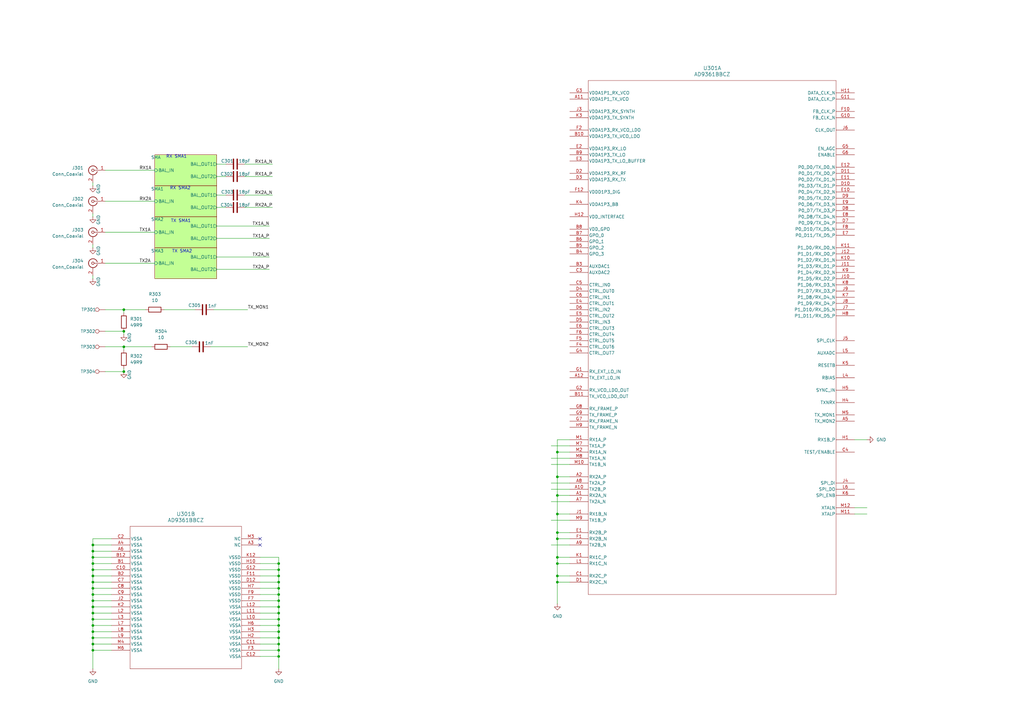
<source format=kicad_sch>
(kicad_sch (version 20231120) (generator "eeschema") (generator_version "8.0")
  (paper "A3")
  (title_block (date "2024-12-27"))
  (lib_symbols
    (symbol "AD9361:AD9361BBCZ" (pin_names (offset 0.254))
      (property "Reference" "U" (at 58.42 10.16 0))
      (property "Value" "AD9361BBCZ" (at 58.42 7.62 0))
      (symbol "AD9361BBCZ_1_1"
        (polyline (pts (xy 7.62 -205.74) (xy 109.22 -205.74)) (stroke (width 0.127)))
        (polyline (pts (xy 7.62 5.08) (xy 7.62 -205.74)) (stroke (width 0.127)))
        (polyline (pts (xy 109.22 -205.74) (xy 109.22 5.08)) (stroke (width 0.127)))
        (polyline (pts (xy 109.22 5.08) (xy 7.62 5.08)) (stroke (width 0.127)))
        (pin unspecified line (at 0 -165.1 0) (length 7.62) (name "RX2A_N") (number "A1"))
        (pin unspecified line (at 0 -162.56 0) (length 7.62) (name "TX2B_P") (number "A10"))
        (pin unspecified line (at 0 -2.54 0) (length 7.62) (name "VDDA1P1_TX_VCO") (number "A11"))
        (pin unspecified line (at 0 -116.84 0) (length 7.62) (name "TX_EXT_LO_IN") (number "A12"))
        (pin unspecified line (at 0 -157.48 0) (length 7.62) (name "RX2A_P") (number "A2"))
        (pin unspecified line (at 116.84 -134.62 180) (length 7.62) (name "TX_MON2") (number "A5"))
        (pin unspecified line (at 0 -167.64 0) (length 7.62) (name "TX2A_N") (number "A7"))
        (pin unspecified line (at 0 -160.02 0) (length 7.62) (name "TX2A_P") (number "A8"))
        (pin unspecified line (at 0 -185.42 0) (length 7.62) (name "TX2B_N") (number "A9"))
        (pin unspecified line (at 0 -17.78 0) (length 7.62) (name "VDDA1P3_TX_VCO_LDO") (number "B10"))
        (pin unspecified line (at 0 -124.46 0) (length 7.62) (name "TX_VCO_LDO_OUT") (number "B11"))
        (pin unspecified line (at 0 -71.12 0) (length 7.62) (name "AUXDAC1") (number "B3"))
        (pin unspecified line (at 0 -66.04 0) (length 7.62) (name "GPO_3") (number "B4"))
        (pin unspecified line (at 0 -63.5 0) (length 7.62) (name "GPO_2") (number "B5"))
        (pin unspecified line (at 0 -60.96 0) (length 7.62) (name "GPO_1") (number "B6"))
        (pin unspecified line (at 0 -58.42 0) (length 7.62) (name "GPO_0") (number "B7"))
        (pin unspecified line (at 0 -55.88 0) (length 7.62) (name "VDD_GPO") (number "B8"))
        (pin unspecified line (at 0 -25.4 0) (length 7.62) (name "VDDA1P3_TX_LO") (number "B9"))
        (pin unspecified line (at 0 -198.12 0) (length 7.62) (name "RX2C_P") (number "C1"))
        (pin unspecified line (at 0 -73.66 0) (length 7.62) (name "AUXDAC2") (number "C3"))
        (pin unspecified line (at 116.84 -147.32 180) (length 7.62) (name "TEST/ENABLE") (number "C4"))
        (pin unspecified line (at 0 -78.74 0) (length 7.62) (name "CTRL_IN0") (number "C5"))
        (pin unspecified line (at 0 -83.82 0) (length 7.62) (name "CTRL_IN1") (number "C6"))
        (pin unspecified line (at 0 -200.66 0) (length 7.62) (name "RX2C_N") (number "D1"))
        (pin unspecified line (at 116.84 -38.1 180) (length 7.62) (name "P0_D3/TX_D1_P") (number "D10"))
        (pin unspecified line (at 116.84 -33.02 180) (length 7.62) (name "P0_D1/TX_D0_P") (number "D11"))
        (pin unspecified line (at 0 -33.02 0) (length 7.62) (name "VDDA1P3_RX_RF") (number "D2"))
        (pin unspecified line (at 0 -35.56 0) (length 7.62) (name "VDDA1P3_RX_TX") (number "D3"))
        (pin unspecified line (at 0 -81.28 0) (length 7.62) (name "CTRL_OUT0") (number "D4"))
        (pin unspecified line (at 0 -93.98 0) (length 7.62) (name "CTRL_IN3") (number "D5"))
        (pin unspecified line (at 0 -88.9 0) (length 7.62) (name "CTRL_IN2") (number "D6"))
        (pin unspecified line (at 116.84 -53.34 180) (length 7.62) (name "P0_D9/TX_D4_P") (number "D7"))
        (pin unspecified line (at 116.84 -48.26 180) (length 7.62) (name "P0_D7/TX_D3_P") (number "D8"))
        (pin unspecified line (at 116.84 -43.18 180) (length 7.62) (name "P0_D5/TX_D2_P") (number "D9"))
        (pin unspecified line (at 0 -180.34 0) (length 7.62) (name "RX2B_P") (number "E1"))
        (pin unspecified line (at 116.84 -40.64 180) (length 7.62) (name "P0_D4/TX_D2_N") (number "E10"))
        (pin unspecified line (at 116.84 -35.56 180) (length 7.62) (name "P0_D2/TX_D1_N") (number "E11"))
        (pin unspecified line (at 116.84 -30.48 180) (length 7.62) (name "P0_D0/TX_D0_N") (number "E12"))
        (pin unspecified line (at 0 -22.86 0) (length 7.62) (name "VDDA1P3_RX_LO") (number "E2"))
        (pin unspecified line (at 0 -27.94 0) (length 7.62) (name "VDDA1P3_TX_LO_BUFFER") (number "E3"))
        (pin unspecified line (at 0 -86.36 0) (length 7.62) (name "CTRL_OUT1") (number "E4"))
        (pin unspecified line (at 0 -91.44 0) (length 7.62) (name "CTRL_OUT2") (number "E5"))
        (pin unspecified line (at 0 -96.52 0) (length 7.62) (name "CTRL_OUT3") (number "E6"))
        (pin unspecified line (at 116.84 -58.42 180) (length 7.62) (name "P0_D11/TX_D5_P") (number "E7"))
        (pin unspecified line (at 116.84 -50.8 180) (length 7.62) (name "P0_D8/TX_D4_N") (number "E8"))
        (pin unspecified line (at 116.84 -45.72 180) (length 7.62) (name "P0_D6/TX_D3_N") (number "E9"))
        (pin unspecified line (at 0 -182.88 0) (length 7.62) (name "RX2B_N") (number "F1"))
        (pin unspecified line (at 116.84 -7.62 180) (length 7.62) (name "FB_CLK_P") (number "F10"))
        (pin unspecified line (at 0 -40.64 0) (length 7.62) (name "VDDD1P3_DIG") (number "F12"))
        (pin unspecified line (at 0 -15.24 0) (length 7.62) (name "VDDA1P3_RX_VCO_LDO") (number "F2"))
        (pin unspecified line (at 0 -104.14 0) (length 7.62) (name "CTRL_OUT6") (number "F4"))
        (pin unspecified line (at 0 -101.6 0) (length 7.62) (name "CTRL_OUT5") (number "F5"))
        (pin unspecified line (at 0 -99.06 0) (length 7.62) (name "CTRL_OUT4") (number "F6"))
        (pin unspecified line (at 116.84 -55.88 180) (length 7.62) (name "P0_D10/TX_D5_N") (number "F8"))
        (pin unspecified line (at 0 -114.3 0) (length 7.62) (name "RX_EXT_LO_IN") (number "G1"))
        (pin unspecified line (at 116.84 -10.16 180) (length 7.62) (name "FB_CLK_N") (number "G10"))
        (pin unspecified line (at 116.84 -2.54 180) (length 7.62) (name "DATA_CLK_P") (number "G11"))
        (pin unspecified line (at 0 -121.92 0) (length 7.62) (name "RX_VCO_LDO_OUT") (number "G2"))
        (pin unspecified line (at 0 0 0) (length 7.62) (name "VDDA1P1_RX_VCO") (number "G3"))
        (pin unspecified line (at 0 -106.68 0) (length 7.62) (name "CTRL_OUT7") (number "G4"))
        (pin unspecified line (at 116.84 -22.86 180) (length 7.62) (name "EN_AGC") (number "G5"))
        (pin unspecified line (at 116.84 -25.4 180) (length 7.62) (name "ENABLE") (number "G6"))
        (pin unspecified line (at 0 -134.62 0) (length 7.62) (name "RX_FRAME_N") (number "G7"))
        (pin unspecified line (at 0 -129.54 0) (length 7.62) (name "RX_FRAME_P") (number "G8"))
        (pin unspecified line (at 0 -132.08 0) (length 7.62) (name "TX_FRAME_P") (number "G9"))
        (pin unspecified line (at 116.84 -142.24 180) (length 7.62) (name "RX1B_P") (number "H1"))
        (pin unspecified line (at 116.84 0 180) (length 7.62) (name "DATA_CLK_N") (number "H11"))
        (pin unspecified line (at 0 -50.8 0) (length 7.62) (name "VDD_INTERFACE") (number "H12"))
        (pin unspecified line (at 116.84 -127 180) (length 7.62) (name "TXNRX") (number "H4"))
        (pin unspecified line (at 116.84 -121.92 180) (length 7.62) (name "SYNC_IN") (number "H5"))
        (pin unspecified line (at 116.84 -91.44 180) (length 7.62) (name "P1_D11/RX_D5_P") (number "H8"))
        (pin unspecified line (at 0 -137.16 0) (length 7.62) (name "TX_FRAME_N") (number "H9"))
        (pin unspecified line (at 0 -172.72 0) (length 7.62) (name "RX1B_N") (number "J1"))
        (pin unspecified line (at 116.84 -76.2 180) (length 7.62) (name "P1_D5/RX_D2_P") (number "J10"))
        (pin unspecified line (at 116.84 -71.12 180) (length 7.62) (name "P1_D3/RX_D1_P") (number "J11"))
        (pin unspecified line (at 116.84 -66.04 180) (length 7.62) (name "P1_D1/RX_D0_P") (number "J12"))
        (pin unspecified line (at 0 -7.62 0) (length 7.62) (name "VDDA1P3_RX_SYNTH") (number "J3"))
        (pin unspecified line (at 116.84 -160.02 180) (length 7.62) (name "SPI_DI") (number "J4"))
        (pin unspecified line (at 116.84 -101.6 180) (length 7.62) (name "SPI_CLK") (number "J5"))
        (pin unspecified line (at 116.84 -15.24 180) (length 7.62) (name "CLK_OUT") (number "J6"))
        (pin unspecified line (at 116.84 -88.9 180) (length 7.62) (name "P1_D10/RX_D5_N") (number "J7"))
        (pin unspecified line (at 116.84 -86.36 180) (length 7.62) (name "P1_D9/RX_D4_P") (number "J8"))
        (pin unspecified line (at 116.84 -81.28 180) (length 7.62) (name "P1_D7/RX_D3_P") (number "J9"))
        (pin unspecified line (at 0 -190.5 0) (length 7.62) (name "RX1C_P") (number "K1"))
        (pin unspecified line (at 116.84 -68.58 180) (length 7.62) (name "P1_D2/RX_D1_N") (number "K10"))
        (pin unspecified line (at 116.84 -63.5 180) (length 7.62) (name "P1_D0/RX_D0_N") (number "K11"))
        (pin unspecified line (at 0 -10.16 0) (length 7.62) (name "VDDA1P3_TX_SYNTH") (number "K3"))
        (pin unspecified line (at 0 -45.72 0) (length 7.62) (name "VDDA1P3_BB") (number "K4"))
        (pin unspecified line (at 116.84 -111.76 180) (length 7.62) (name "RESETB") (number "K5"))
        (pin unspecified line (at 116.84 -165.1 180) (length 7.62) (name "SPI_ENB") (number "K6"))
        (pin unspecified line (at 116.84 -83.82 180) (length 7.62) (name "P1_D8/RX_D4_N") (number "K7"))
        (pin unspecified line (at 116.84 -78.74 180) (length 7.62) (name "P1_D6/RX_D3_N") (number "K8"))
        (pin unspecified line (at 116.84 -73.66 180) (length 7.62) (name "P1_D4/RX_D2_N") (number "K9"))
        (pin unspecified line (at 0 -193.04 0) (length 7.62) (name "RX1C_N") (number "L1"))
        (pin unspecified line (at 116.84 -116.84 180) (length 7.62) (name "RBIAS") (number "L4"))
        (pin unspecified line (at 116.84 -106.68 180) (length 7.62) (name "AUXADC") (number "L5"))
        (pin unspecified line (at 116.84 -162.56 180) (length 7.62) (name "SPI_DO") (number "L6"))
        (pin unspecified line (at 0 -142.24 0) (length 7.62) (name "RX1A_P") (number "M1"))
        (pin unspecified line (at 0 -152.4 0) (length 7.62) (name "TX1B_N") (number "M10"))
        (pin unspecified line (at 116.84 -172.72 180) (length 7.62) (name "XTALP") (number "M11"))
        (pin unspecified line (at 116.84 -170.18 180) (length 7.62) (name "XTALN") (number "M12"))
        (pin unspecified line (at 0 -147.32 0) (length 7.62) (name "RX1A_N") (number "M2"))
        (pin unspecified line (at 116.84 -132.08 180) (length 7.62) (name "TX_MON1") (number "M5"))
        (pin unspecified line (at 0 -144.78 0) (length 7.62) (name "TX1A_P") (number "M7"))
        (pin unspecified line (at 0 -149.86 0) (length 7.62) (name "TX1A_N") (number "M8"))
        (pin unspecified line (at 0 -175.26 0) (length 7.62) (name "TX1B_P") (number "M9"))
      )
      (symbol "AD9361BBCZ_2_1"
        (polyline (pts (xy 7.62 -53.34) (xy 53.34 -53.34)) (stroke (width 0.127)))
        (polyline (pts (xy 7.62 5.08) (xy 7.62 -53.34)) (stroke (width 0.127)))
        (polyline (pts (xy 53.34 -53.34) (xy 53.34 5.08)) (stroke (width 0.127)))
        (polyline (pts (xy 53.34 5.08) (xy 7.62 5.08)) (stroke (width 0.127)))
        (pin unspecified line (at 60.96 -2.54 180) (length 7.62) (name "NC") (number "A3"))
        (pin unspecified line (at 0 -2.54 0) (length 7.62) (name "VSSA") (number "A4"))
        (pin unspecified line (at 0 -5.08 0) (length 7.62) (name "VSSA") (number "A6"))
        (pin unspecified line (at 0 -10.16 0) (length 7.62) (name "VSSA") (number "B1"))
        (pin unspecified line (at 0 -7.62 0) (length 7.62) (name "VSSA") (number "B12"))
        (pin unspecified line (at 0 -15.24 0) (length 7.62) (name "VSSA") (number "B2"))
        (pin unspecified line (at 0 -12.7 0) (length 7.62) (name "VSSA") (number "C10"))
        (pin unspecified line (at 60.96 -43.18 180) (length 7.62) (name "VSSA") (number "C11"))
        (pin unspecified line (at 60.96 -48.26 180) (length 7.62) (name "VSSA") (number "C12"))
        (pin unspecified line (at 0 0 0) (length 7.62) (name "VSSA") (number "C2"))
        (pin unspecified line (at 0 -17.78 0) (length 7.62) (name "VSSA") (number "C7"))
        (pin unspecified line (at 0 -20.32 0) (length 7.62) (name "VSSA") (number "C8"))
        (pin unspecified line (at 0 -22.86 0) (length 7.62) (name "VSSA") (number "C9"))
        (pin unspecified line (at 60.96 -17.78 180) (length 7.62) (name "VSSD") (number "D12"))
        (pin unspecified line (at 60.96 -15.24 180) (length 7.62) (name "VSSD") (number "F11"))
        (pin unspecified line (at 60.96 -45.72 180) (length 7.62) (name "VSSA") (number "F3"))
        (pin unspecified line (at 60.96 -25.4 180) (length 7.62) (name "VSSD") (number "F7"))
        (pin unspecified line (at 60.96 -22.86 180) (length 7.62) (name "VSSD") (number "F9"))
        (pin unspecified line (at 60.96 -12.7 180) (length 7.62) (name "VSSD") (number "G12"))
        (pin unspecified line (at 60.96 -10.16 180) (length 7.62) (name "VSSD") (number "H10"))
        (pin unspecified line (at 60.96 -40.64 180) (length 7.62) (name "VSSA") (number "H2"))
        (pin unspecified line (at 60.96 -38.1 180) (length 7.62) (name "VSSA") (number "H3"))
        (pin unspecified line (at 60.96 -35.56 180) (length 7.62) (name "VSSA") (number "H6"))
        (pin unspecified line (at 60.96 -20.32 180) (length 7.62) (name "VSSD") (number "H7"))
        (pin unspecified line (at 0 -25.4 0) (length 7.62) (name "VSSA") (number "J2"))
        (pin unspecified line (at 60.96 -7.62 180) (length 7.62) (name "VSSD") (number "K12"))
        (pin unspecified line (at 0 -27.94 0) (length 7.62) (name "VSSA") (number "K2"))
        (pin unspecified line (at 60.96 -33.02 180) (length 7.62) (name "VSSA") (number "L10"))
        (pin unspecified line (at 60.96 -30.48 180) (length 7.62) (name "VSSA") (number "L11"))
        (pin unspecified line (at 60.96 -27.94 180) (length 7.62) (name "VSSA") (number "L12"))
        (pin unspecified line (at 0 -30.48 0) (length 7.62) (name "VSSA") (number "L2"))
        (pin unspecified line (at 0 -33.02 0) (length 7.62) (name "VSSA") (number "L3"))
        (pin unspecified line (at 0 -35.56 0) (length 7.62) (name "VSSA") (number "L7"))
        (pin unspecified line (at 0 -38.1 0) (length 7.62) (name "VSSA") (number "L8"))
        (pin unspecified line (at 0 -40.64 0) (length 7.62) (name "VSSA") (number "L9"))
        (pin unspecified line (at 60.96 0 180) (length 7.62) (name "NC") (number "M3"))
        (pin unspecified line (at 0 -43.18 0) (length 7.62) (name "VSSA") (number "M4"))
        (pin unspecified line (at 0 -45.72 0) (length 7.62) (name "VSSA") (number "M6"))
      )
    )
    (symbol "Connector:Conn_Coaxial" (pin_names (offset 1.016) hide)
      (property "Reference" "J" (at 0.254 3.048 0))
      (property "Value" "Conn_Coaxial" (at 2.921 0 90))
      (symbol "Conn_Coaxial_0_1"
        (arc (start -1.778 -0.508) (mid 0.2311 -1.8066) (end 1.778 0) (stroke (width 0.254)))
        (polyline (pts (xy -2.54 0) (xy -0.508 0)))
        (polyline (pts (xy 0 -2.54) (xy 0 -1.778)))
        (circle (center 0 0) (radius 0.508) (stroke (width 0.2032)))
        (arc (start 1.778 0) (mid 0.2099 1.8101) (end -1.778 0.508) (stroke (width 0.254)))
      )
      (symbol "Conn_Coaxial_1_1"
        (pin passive line (at -5.08 0 0) (length 2.54) (name "In") (number "1"))
        (pin passive line (at 0 -5.08 90) (length 2.54) (name "Ext") (number "2"))
      )
    )
    (symbol "Connector:TestPoint" (pin_numbers hide) (pin_names (offset 0.762) hide)
      (property "Reference" "TP" (at 0 6.858 0))
      (property "Value" "TestPoint" (at 0 5.08 0))
      (symbol "TestPoint_0_1"
        (circle (center 0 3.302) (radius 0.762))
      )
      (symbol "TestPoint_1_1"
        (pin passive line (at 0 0 90) (length 2.54) (name "1") (number "1"))
      )
    )
    (symbol "Device:C" (pin_numbers hide) (pin_names (offset 0.254))
      (property "Reference" "C" (at 0.635 2.54 0))
      (property "Value" "C" (at 0.635 -2.54 0))
      (symbol "C_0_1"
        (polyline (pts (xy -2.032 -0.762) (xy 2.032 -0.762)) (stroke (width 0.508)))
        (polyline (pts (xy -2.032 0.762) (xy 2.032 0.762)) (stroke (width 0.508)))
      )
      (symbol "C_1_1"
        (pin passive line (at 0 3.81 270) (length 2.794) (name "~") (number "1"))
        (pin passive line (at 0 -3.81 90) (length 2.794) (name "~") (number "2"))
      )
    )
    (symbol "Device:R" (pin_numbers hide) (pin_names (offset 0))
      (property "Reference" "R" (at 2.032 0 90))
      (property "Value" "R" (at 0 0 90))
      (symbol "R_0_1"
        (rectangle (start -1.016 -2.54) (end 1.016 2.54) (stroke (width 0.254)))
      )
      (symbol "R_1_1"
        (pin passive line (at 0 3.81 270) (length 1.27) (name "~") (number "1"))
        (pin passive line (at 0 -3.81 90) (length 1.27) (name "~") (number "2"))
      )
    )
    (symbol "power:GND" (power) (pin_numbers hide) (pin_names (offset 0) hide)
      (property "Value" "GND" (at 0 -3.81 0))
      (symbol "GND_0_1"
        (polyline (pts (xy 0 0) (xy 0 -1.27) (xy 1.27 -1.27) (xy 0 -2.54) (xy -1.27 -1.27) (xy 0 -1.27)))
      )
      (symbol "GND_1_1"
        (pin power_in line (at 0 0 270) (length 0) (name "~") (number "1"))
      )
    )
  )
  (junction (at 114.3 264.16))
  (junction (at 38.1 228.6))
  (junction (at 38.1 261.62))
  (junction (at 38.1 248.92))
  (junction (at 38.1 233.68))
  (junction (at 38.1 254))
  (junction (at 228.6 195.58))
  (junction (at 228.6 236.22))
  (junction (at 114.3 241.3))
  (junction (at 114.3 266.7))
  (junction (at 38.1 266.7))
  (junction (at 38.1 264.16))
  (junction (at 228.6 228.6))
  (junction (at 38.1 246.38))
  (junction (at 114.3 233.68))
  (junction (at 38.1 251.46))
  (junction (at 228.6 210.82))
  (junction (at 38.1 236.22))
  (junction (at 50.8 152.4))
  (junction (at 228.6 203.2))
  (junction (at 228.6 238.76))
  (junction (at 50.8 127))
  (junction (at 38.1 226.06))
  (junction (at 114.3 261.62))
  (junction (at 114.3 256.54))
  (junction (at 228.6 218.44))
  (junction (at 228.6 185.42))
  (junction (at 38.1 241.3))
  (junction (at 114.3 251.46))
  (junction (at 228.6 220.98))
  (junction (at 114.3 259.08))
  (junction (at 38.1 256.54))
  (junction (at 50.8 142.24))
  (junction (at 114.3 238.76))
  (junction (at 38.1 259.08))
  (junction (at 228.6 231.14))
  (junction (at 38.1 238.76))
  (junction (at 114.3 269.24))
  (junction (at 114.3 254))
  (junction (at 114.3 231.14))
  (junction (at 38.1 223.52))
  (junction (at 114.3 246.38))
  (junction (at 114.3 248.92))
  (junction (at 38.1 231.14))
  (junction (at 114.3 243.84))
  (junction (at 114.3 236.22))
  (junction (at 50.8 135.89))
  (junction (at 38.1 243.84))
  (no_connect (at 106.68 223.52))
  (no_connect (at 106.68 220.98))
  (wire (pts (xy 228.6 236.22) (xy 233.68 236.22)))
  (wire (pts (xy 88.9 85.09) (xy 92.71 85.09)))
  (wire (pts (xy 114.3 261.62) (xy 114.3 264.16)))
  (wire (pts (xy 106.68 261.62) (xy 114.3 261.62)))
  (wire (pts (xy 106.68 266.7) (xy 114.3 266.7)))
  (wire (pts (xy 114.3 266.7) (xy 114.3 269.24)))
  (wire (pts (xy 38.1 228.6) (xy 38.1 231.14)))
  (wire (pts (xy 226.06 200.66) (xy 233.68 200.66)))
  (wire (pts (xy 100.33 85.09) (xy 111.76 85.09)))
  (wire (pts (xy 226.06 213.36) (xy 233.68 213.36)))
  (wire (pts (xy 38.1 254) (xy 38.1 256.54)))
  (wire (pts (xy 86.36 142.24) (xy 101.6 142.24)))
  (wire (pts (xy 228.6 220.98) (xy 228.6 228.6)))
  (wire (pts (xy 50.8 142.24) (xy 50.8 143.51)))
  (wire (pts (xy 43.18 69.85) (xy 63.5 69.85)))
  (wire (pts (xy 114.3 254) (xy 114.3 256.54)))
  (wire (pts (xy 43.18 95.25) (xy 63.5 95.25)))
  (wire (pts (xy 106.68 246.38) (xy 114.3 246.38)))
  (wire (pts (xy 228.6 238.76) (xy 228.6 247.65)))
  (wire (pts (xy 38.1 223.52) (xy 45.72 223.52)))
  (wire (pts (xy 43.18 135.89) (xy 50.8 135.89)))
  (wire (pts (xy 38.1 231.14) (xy 38.1 233.68)))
  (wire (pts (xy 38.1 87.63) (xy 38.1 88.9)))
  (wire (pts (xy 88.9 92.71) (xy 110.49 92.71)))
  (wire (pts (xy 88.9 110.49) (xy 110.49 110.49)))
  (wire (pts (xy 38.1 223.52) (xy 38.1 226.06)))
  (wire (pts (xy 100.33 72.39) (xy 111.76 72.39)))
  (wire (pts (xy 106.68 254) (xy 114.3 254)))
  (wire (pts (xy 88.9 80.01) (xy 92.71 80.01)))
  (wire (pts (xy 38.1 266.7) (xy 45.72 266.7)))
  (wire (pts (xy 114.3 233.68) (xy 114.3 236.22)))
  (wire (pts (xy 38.1 238.76) (xy 45.72 238.76)))
  (wire (pts (xy 50.8 142.24) (xy 62.23 142.24)))
  (wire (pts (xy 38.1 243.84) (xy 38.1 246.38)))
  (wire (pts (xy 106.68 251.46) (xy 114.3 251.46)))
  (wire (pts (xy 233.68 185.42) (xy 228.6 185.42)))
  (wire (pts (xy 114.3 248.92) (xy 114.3 251.46)))
  (wire (pts (xy 233.68 180.34) (xy 228.6 180.34)))
  (wire (pts (xy 38.1 251.46) (xy 38.1 254)))
  (wire (pts (xy 38.1 251.46) (xy 45.72 251.46)))
  (wire (pts (xy 114.3 231.14) (xy 114.3 233.68)))
  (wire (pts (xy 50.8 127) (xy 50.8 128.27)))
  (wire (pts (xy 114.3 251.46) (xy 114.3 254)))
  (wire (pts (xy 350.52 208.28) (xy 355.6 208.28)))
  (wire (pts (xy 228.6 218.44) (xy 228.6 220.98)))
  (wire (pts (xy 43.18 142.24) (xy 50.8 142.24)))
  (wire (pts (xy 38.1 248.92) (xy 45.72 248.92)))
  (wire (pts (xy 228.6 231.14) (xy 228.6 236.22)))
  (wire (pts (xy 233.68 220.98) (xy 228.6 220.98)))
  (wire (pts (xy 38.1 264.16) (xy 45.72 264.16)))
  (wire (pts (xy 350.52 180.34) (xy 355.6 180.34)))
  (wire (pts (xy 106.68 264.16) (xy 114.3 264.16)))
  (wire (pts (xy 38.1 233.68) (xy 38.1 236.22)))
  (wire (pts (xy 88.9 67.31) (xy 92.71 67.31)))
  (wire (pts (xy 38.1 226.06) (xy 45.72 226.06)))
  (wire (pts (xy 226.06 187.96) (xy 233.68 187.96)))
  (wire (pts (xy 50.8 135.89) (xy 50.8 137.16)))
  (wire (pts (xy 38.1 236.22) (xy 38.1 238.76)))
  (wire (pts (xy 226.06 223.52) (xy 233.68 223.52)))
  (wire (pts (xy 100.33 80.01) (xy 111.76 80.01)))
  (wire (pts (xy 88.9 97.79) (xy 110.49 97.79)))
  (wire (pts (xy 38.1 231.14) (xy 45.72 231.14)))
  (wire (pts (xy 50.8 152.4) (xy 50.8 151.13)))
  (wire (pts (xy 228.6 195.58) (xy 228.6 203.2)))
  (wire (pts (xy 228.6 231.14) (xy 233.68 231.14)))
  (wire (pts (xy 226.06 205.74) (xy 233.68 205.74)))
  (wire (pts (xy 87.63 127) (xy 101.6 127)))
  (wire (pts (xy 228.6 203.2) (xy 228.6 210.82)))
  (wire (pts (xy 38.1 220.98) (xy 38.1 223.52)))
  (wire (pts (xy 88.9 105.41) (xy 110.49 105.41)))
  (wire (pts (xy 114.3 246.38) (xy 114.3 248.92)))
  (wire (pts (xy 43.18 107.95) (xy 63.5 107.95)))
  (wire (pts (xy 226.06 198.12) (xy 233.68 198.12)))
  (wire (pts (xy 38.1 261.62) (xy 45.72 261.62)))
  (wire (pts (xy 233.68 210.82) (xy 228.6 210.82)))
  (wire (pts (xy 106.68 236.22) (xy 114.3 236.22)))
  (wire (pts (xy 38.1 228.6) (xy 45.72 228.6)))
  (wire (pts (xy 233.68 228.6) (xy 228.6 228.6)))
  (wire (pts (xy 38.1 246.38) (xy 45.72 246.38)))
  (wire (pts (xy 106.68 259.08) (xy 114.3 259.08)))
  (wire (pts (xy 228.6 228.6) (xy 228.6 231.14)))
  (wire (pts (xy 114.3 264.16) (xy 114.3 266.7)))
  (wire (pts (xy 38.1 113.03) (xy 38.1 114.3)))
  (wire (pts (xy 106.68 238.76) (xy 114.3 238.76)))
  (wire (pts (xy 43.18 127) (xy 50.8 127)))
  (wire (pts (xy 106.68 231.14) (xy 114.3 231.14)))
  (wire (pts (xy 38.1 261.62) (xy 38.1 264.16)))
  (wire (pts (xy 38.1 254) (xy 45.72 254)))
  (wire (pts (xy 38.1 220.98) (xy 45.72 220.98)))
  (wire (pts (xy 106.68 241.3) (xy 114.3 241.3)))
  (wire (pts (xy 38.1 236.22) (xy 45.72 236.22)))
  (wire (pts (xy 38.1 264.16) (xy 38.1 266.7)))
  (wire (pts (xy 106.68 228.6) (xy 114.3 228.6)))
  (wire (pts (xy 38.1 226.06) (xy 38.1 228.6)))
  (wire (pts (xy 38.1 74.93) (xy 38.1 76.2)))
  (wire (pts (xy 228.6 180.34) (xy 228.6 185.42)))
  (wire (pts (xy 38.1 100.33) (xy 38.1 101.6)))
  (wire (pts (xy 38.1 266.7) (xy 38.1 274.32)))
  (wire (pts (xy 114.3 243.84) (xy 114.3 246.38)))
  (wire (pts (xy 38.1 256.54) (xy 45.72 256.54)))
  (wire (pts (xy 228.6 238.76) (xy 233.68 238.76)))
  (wire (pts (xy 106.68 243.84) (xy 114.3 243.84)))
  (wire (pts (xy 114.3 228.6) (xy 114.3 231.14)))
  (wire (pts (xy 228.6 236.22) (xy 228.6 238.76)))
  (wire (pts (xy 106.68 248.92) (xy 114.3 248.92)))
  (wire (pts (xy 114.3 238.76) (xy 114.3 241.3)))
  (wire (pts (xy 88.9 72.39) (xy 92.71 72.39)))
  (wire (pts (xy 114.3 256.54) (xy 114.3 259.08)))
  (wire (pts (xy 38.1 259.08) (xy 45.72 259.08)))
  (wire (pts (xy 114.3 241.3) (xy 114.3 243.84)))
  (wire (pts (xy 38.1 233.68) (xy 45.72 233.68)))
  (wire (pts (xy 114.3 236.22) (xy 114.3 238.76)))
  (wire (pts (xy 38.1 248.92) (xy 38.1 251.46)))
  (wire (pts (xy 38.1 241.3) (xy 38.1 243.84)))
  (wire (pts (xy 233.68 218.44) (xy 228.6 218.44)))
  (wire (pts (xy 114.3 259.08) (xy 114.3 261.62)))
  (wire (pts (xy 38.1 256.54) (xy 38.1 259.08)))
  (wire (pts (xy 228.6 210.82) (xy 228.6 218.44)))
  (wire (pts (xy 106.68 233.68) (xy 114.3 233.68)))
  (wire (pts (xy 106.68 256.54) (xy 114.3 256.54)))
  (wire (pts (xy 226.06 190.5) (xy 233.68 190.5)))
  (wire (pts (xy 100.33 67.31) (xy 111.76 67.31)))
  (wire (pts (xy 233.68 195.58) (xy 228.6 195.58)))
  (wire (pts (xy 350.52 210.82) (xy 355.6 210.82)))
  (wire (pts (xy 38.1 241.3) (xy 45.72 241.3)))
  (wire (pts (xy 50.8 127) (xy 59.69 127)))
  (wire (pts (xy 38.1 259.08) (xy 38.1 261.62)))
  (wire (pts (xy 69.85 142.24) (xy 78.74 142.24)))
  (wire (pts (xy 43.18 82.55) (xy 63.5 82.55)))
  (wire (pts (xy 226.06 182.88) (xy 233.68 182.88)))
  (wire (pts (xy 38.1 238.76) (xy 38.1 241.3)))
  (wire (pts (xy 67.31 127) (xy 80.01 127)))
  (wire (pts (xy 114.3 269.24) (xy 114.3 274.32)))
  (wire (pts (xy 233.68 203.2) (xy 228.6 203.2)))
  (wire (pts (xy 38.1 246.38) (xy 38.1 248.92)))
  (wire (pts (xy 106.68 269.24) (xy 114.3 269.24)))
  (wire (pts (xy 38.1 243.84) (xy 45.72 243.84)))
  (wire (pts (xy 43.18 152.4) (xy 50.8 152.4)))
  (wire (pts (xy 228.6 185.42) (xy 228.6 195.58)))
  (text "RX SMA1" (at 72.39 64.262 0) (effects (font (size 1.27 1.27))))
  (text "TX SMA1" (at 74.168 90.678 0) (effects (font (size 1.27 1.27))))
  (text "RX SMA2" (at 73.914 77.216 0) (effects (font (size 1.27 1.27))))
  (text "TX SMA2\n" (at 74.676 103.124 0) (effects (font (size 1.27 1.27))))
  (label "RX2A" (at 57.15 82.55 0))
  (label "RX1A" (at 57.15 69.85 0))
  (label "RX2A_P" (at 111.76 85.09 180))
  (label "TX1A_P" (at 110.49 97.79 180))
  (label "TX2A" (at 57.15 107.95 0))
  (label "TX1A" (at 57.15 95.25 0))
  (label "RX2A_N" (at 111.76 80.01 180))
  (label "TX2A_N" (at 110.49 105.41 180))
  (label "RX1A_N" (at 111.76 67.31 180))
  (label "TX_MON2" (at 101.6 142.24 0))
  (label "TX_MON1" (at 101.6 127 0))
  (label "TX1A_N" (at 110.49 92.71 180))
  (label "RX1A_P" (at 111.76 72.39 180))
  (label "TX2A_P" (at 110.49 110.49 180))
  (symbol (lib_id "Device:C") (at 96.52 80.01 90) (unit 1)
    (property "Reference" "C303" (at 93.218 78.74 90))
    (property "Value" "18pF" (at 100.33 78.74 90))
    (property "Footprint" "Capacitor_SMD:C_0603_1608Metric" (effects (hide yes)))
    (property "Description" "CHV0603N250180FCT" (effects (hide yes)))
  )
  (symbol (lib_id "power:GND") (at 38.1 88.9 0) (unit 1)
    (property "Reference" "#PWR0307" (effects (hide yes)))
    (property "Value" "GND" (at 40.386 90.17 90))
    (property "Description" "Power symbol creates a global label with name \"GND\" , ground" (effects (hide yes)))
  )
  (symbol (lib_id "Device:R") (at 66.04 142.24 90) (unit 1)
    (property "Reference" "R304" (at 66.04 135.89 90))
    (property "Value" "10" (at 66.04 138.43 90))
    (property "Footprint" "Resistor_SMD:R_0603_1608Metric" (effects (hide yes)))
    (property "Description" "ERJ-3EKF10R0V" (effects (hide yes)))
  )
  (symbol (lib_id "AD9361:AD9361BBCZ") (at 45.72 220.98 0) (unit 2)
    (property "Reference" "U301" (at 76.2 210.82 0) (effects (font (size 1.524 1.524))))
    (property "Value" "AD9361BBCZ" (at 76.2 213.36 0) (effects (font (size 1.524 1.524))))
    (property "Footprint" "Package_BGA:BC_144_7_ADI" (effects (hide yes)))
    (property "Datasheet" "AD9361BBCZ" (effects (hide yes)))
  )
  (symbol (lib_id "Connector:Conn_Coaxial") (at 38.1 82.55 0) (mirror y) (unit 1)
    (property "Reference" "J302" (at 34.29 81.5731 0) (effects (justify left)))
    (property "Value" "Conn_Coaxial" (at 34.29 84.1131 0) (effects (justify left)))
    (property "Footprint" "Connector_Coaxial:SMA_Amphenol_132289_EdgeMount" (effects (hide yes)))
    (property "Description" "coaxial connector (BNC, SMA, SMB, SMC, Cinch/RCA, LEMO, ...)" (effects (hide yes)))
  )
  (symbol (lib_id "power:GND") (at 38.1 274.32 0) (unit 1)
    (property "Reference" "#PWR0303" (effects (hide yes)))
    (property "Value" "GND" (at 38.1 279.4 0))
    (property "Description" "Power symbol creates a global label with name \"GND\" , ground" (effects (hide yes)))
  )
  (symbol (lib_id "Connector:TestPoint") (at 43.18 127 90) (unit 1)
    (property "Reference" "TP301" (at 36.322 127 90))
    (property "Value" "TestPoint" (effects (hide yes)))
    (property "Footprint" "TestPoint:TestPoint_Pad_D1.0mm" (effects (hide yes)))
    (property "Description" "test point" (effects (hide yes)))
  )
  (symbol (lib_id "power:GND") (at 114.3 274.32 0) (unit 1)
    (property "Reference" "#PWR0302" (effects (hide yes)))
    (property "Value" "GND" (at 114.3 279.4 0))
    (property "Description" "Power symbol creates a global label with name \"GND\" , ground" (effects (hide yes)))
  )
  (symbol (lib_id "Device:R") (at 50.8 132.08 180) (unit 1)
    (property "Reference" "R301" (at 53.34 130.8099 0) (effects (justify right)))
    (property "Value" "49R9" (at 53.34 133.3499 0) (effects (justify right)))
    (property "Footprint" "Resistor_SMD:R_0603_1608Metric" (effects (hide yes)))
    (property "Description" "ERJ-3EKF49R9V" (effects (hide yes)))
  )
  (symbol (lib_id "Device:C") (at 96.52 85.09 90) (unit 1)
    (property "Reference" "C304" (at 92.964 84.074 90))
    (property "Value" "18pF" (at 100.33 84.074 90))
    (property "Footprint" "Capacitor_SMD:C_0603_1608Metric" (effects (hide yes)))
    (property "Description" "CHV0603N250180FCT" (effects (hide yes)))
  )
  (symbol (lib_id "Connector:Conn_Coaxial") (at 38.1 107.95 0) (mirror y) (unit 1)
    (property "Reference" "J304" (at 34.29 106.9731 0) (effects (justify left)))
    (property "Value" "Conn_Coaxial" (at 34.29 109.5131 0) (effects (justify left)))
    (property "Footprint" "Connector_Coaxial:SMA_Amphenol_132289_EdgeMount" (effects (hide yes)))
    (property "Description" "coaxial connector (BNC, SMA, SMB, SMC, Cinch/RCA, LEMO, ...)" (effects (hide yes)))
  )
  (symbol (lib_id "power:GND") (at 38.1 101.6 0) (unit 1)
    (property "Reference" "#PWR0306" (effects (hide yes)))
    (property "Value" "GND" (at 40.386 102.87 90))
    (property "Description" "Power symbol creates a global label with name \"GND\" , ground" (effects (hide yes)))
  )
  (symbol (lib_id "Device:C") (at 82.55 142.24 90) (unit 1)
    (property "Reference" "C306" (at 78.486 140.462 90))
    (property "Value" "1nF" (at 85.852 140.716 90))
    (property "Footprint" "Capacitor_SMD:C_0603_1608Metric" (effects (hide yes)))
    (property "Description" "CGA3E2X7R1H102K080DA" (effects (hide yes)))
  )
  (symbol (lib_id "power:GND") (at 38.1 76.2 0) (unit 1)
    (property "Reference" "#PWR0308" (effects (hide yes)))
    (property "Value" "GND" (at 40.386 77.47 90))
    (property "Description" "Power symbol creates a global label with name \"GND\" , ground" (effects (hide yes)))
  )
  (symbol (lib_id "Connector:TestPoint") (at 43.18 152.4 90) (unit 1)
    (property "Reference" "TP304" (at 36.068 152.4 90))
    (property "Value" "TestPoint" (effects (hide yes)))
    (property "Footprint" "TestPoint:TestPoint_Pad_D1.0mm" (effects (hide yes)))
    (property "Description" "test point" (effects (hide yes)))
  )
  (symbol (lib_id "Connector:TestPoint") (at 43.18 142.24 90) (unit 1)
    (property "Reference" "TP303" (at 36.068 142.24 90))
    (property "Value" "TestPoint" (effects (hide yes)))
    (property "Footprint" "TestPoint:TestPoint_Pad_D1.0mm" (effects (hide yes)))
    (property "Description" "test point" (effects (hide yes)))
  )
  (symbol (lib_id "Device:C") (at 96.52 67.31 90) (unit 1)
    (property "Reference" "C301" (at 93.218 66.04 90))
    (property "Value" "18pF" (at 100.33 66.04 90))
    (property "Footprint" "Capacitor_SMD:C_0603_1608Metric" (effects (hide yes)))
    (property "Description" "CHV0603N250180FCT" (effects (hide yes)))
  )
  (symbol (lib_id "Device:C") (at 96.52 72.39 90) (unit 1)
    (property "Reference" "C302" (at 92.964 71.374 90))
    (property "Value" "18pF" (at 100.33 71.374 90))
    (property "Footprint" "Capacitor_SMD:C_0603_1608Metric" (effects (hide yes)))
    (property "Description" "CHV0603N250180FCT" (effects (hide yes)))
  )
  (symbol (lib_id "Device:C") (at 83.82 127 90) (unit 1)
    (property "Reference" "C305" (at 79.756 125.222 90))
    (property "Value" "1nF" (at 87.122 125.476 90))
    (property "Footprint" "Capacitor_SMD:C_0603_1608Metric" (effects (hide yes)))
    (property "Description" "CGA3E2X7R1H102K080DA" (effects (hide yes)))
  )
  (symbol (lib_id "power:GND") (at 355.6 180.34 90) (unit 1)
    (property "Reference" "#PWR0304" (effects (hide yes)))
    (property "Value" "GND" (at 359.41 180.3399 90) (effects (justify right)))
    (property "Description" "Power symbol creates a global label with name \"GND\" , ground" (effects (hide yes)))
  )
  (symbol (lib_id "power:GND") (at 50.8 152.4 0) (unit 1)
    (property "Reference" "#PWR0310" (effects (hide yes)))
    (property "Value" "GND" (at 53.086 153.67 90))
    (property "Description" "Power symbol creates a global label with name \"GND\" , ground" (effects (hide yes)))
  )
  (symbol (lib_id "power:GND") (at 228.6 247.65 0) (unit 1)
    (property "Reference" "#PWR0301" (effects (hide yes)))
    (property "Value" "GND" (at 228.6 252.73 0))
    (property "Description" "Power symbol creates a global label with name \"GND\" , ground" (effects (hide yes)))
  )
  (symbol (lib_id "Device:R") (at 50.8 147.32 180) (unit 1)
    (property "Reference" "R302" (at 53.34 146.0499 0) (effects (justify right)))
    (property "Value" "49R9" (at 53.34 148.5899 0) (effects (justify right)))
    (property "Footprint" "Resistor_SMD:R_0603_1608Metric" (effects (hide yes)))
    (property "Description" "ERJ-3EKF49R9V" (effects (hide yes)))
  )
  (symbol (lib_id "Connector:Conn_Coaxial") (at 38.1 69.85 0) (mirror y) (unit 1)
    (property "Reference" "J301" (at 34.29 68.8731 0) (effects (justify left)))
    (property "Value" "Conn_Coaxial" (at 34.29 71.4131 0) (effects (justify left)))
    (property "Footprint" "Connector_Coaxial:SMA_Amphenol_132289_EdgeMount" (effects (hide yes)))
    (property "Description" "coaxial connector (BNC, SMA, SMB, SMC, Cinch/RCA, LEMO, ...)" (effects (hide yes)))
  )
  (symbol (lib_id "Connector:Conn_Coaxial") (at 38.1 95.25 0) (mirror y) (unit 1)
    (property "Reference" "J303" (at 34.29 94.2731 0) (effects (justify left)))
    (property "Value" "Conn_Coaxial" (at 34.29 96.8131 0) (effects (justify left)))
    (property "Footprint" "Connector_Coaxial:SMA_Amphenol_132289_EdgeMount" (effects (hide yes)))
    (property "Description" "coaxial connector (BNC, SMA, SMB, SMC, Cinch/RCA, LEMO, ...)" (effects (hide yes)))
  )
  (symbol (lib_id "Device:R") (at 63.5 127 90) (unit 1)
    (property "Reference" "R303" (at 63.5 120.65 90))
    (property "Value" "10" (at 63.5 123.19 90))
    (property "Footprint" "Resistor_SMD:R_0603_1608Metric" (effects (hide yes)))
    (property "Description" "ERJ-3EKF10R0V" (effects (hide yes)))
  )
  (symbol (lib_id "power:GND") (at 38.1 114.3 0) (unit 1)
    (property "Reference" "#PWR0305" (effects (hide yes)))
    (property "Value" "GND" (at 40.386 115.57 90))
    (property "Description" "Power symbol creates a global label with name \"GND\" , ground" (effects (hide yes)))
  )
  (symbol (lib_id "Connector:TestPoint") (at 43.18 135.89 90) (unit 1)
    (property "Reference" "TP302" (at 36.068 135.89 90))
    (property "Value" "TestPoint" (effects (hide yes)))
    (property "Footprint" "TestPoint:TestPoint_Pad_D1.0mm" (effects (hide yes)))
    (property "Description" "test point" (effects (hide yes)))
  )
  (symbol (lib_id "AD9361:AD9361BBCZ") (at 233.68 38.1 0) (unit 1)
    (property "Reference" "U301" (at 292.1 27.94 0) (effects (font (size 1.524 1.524))))
    (property "Value" "AD9361BBCZ" (at 292.1 30.48 0) (effects (font (size 1.524 1.524))))
    (property "Footprint" "Package_BGA:BC_144_7_ADI" (effects (hide yes)))
    (property "Datasheet" "AD9361BBCZ" (effects (hide yes)))
  )
  (symbol (lib_id "power:GND") (at 50.8 137.16 0) (unit 1)
    (property "Reference" "#PWR0309" (effects (hide yes)))
    (property "Value" "GND" (at 53.086 138.43 90))
    (property "Description" "Power symbol creates a global label with name \"GND\" , ground" (effects (hide yes)))
  )
  (sheet (at 63.5 63.5) (size 25.4 12.7) (stroke (width 0.1524)) (fill (color 195 255 149 1.0000))
    (property "Sheetname" "SMA" (at 61.976 65.278 0) (effects (justify left bottom)))
    (property "Sheetfile" "sma.kicad_sch" (effects (hide yes)))
    (pin "BAL_OUT1" output (at 88.9 67.31 0))
    (pin "BAL_IN" input (at 63.5 69.85 180))
    (pin "BAL_OUT2" output (at 88.9 72.39 0))
  )
  (sheet (at 63.5 76.2) (size 25.4 12.7) (stroke (width 0.1524)) (fill (color 195 255 149 1.0000))
    (property "Sheetname" "SMA1" (at 61.976 78.232 0) (effects (justify left bottom)))
    (property "Sheetfile" "sma.kicad_sch" (effects (hide yes)))
    (pin "BAL_OUT1" output (at 88.9 80.01 0))
    (pin "BAL_IN" input (at 63.5 82.55 180))
    (pin "BAL_OUT2" output (at 88.9 85.09 0))
  )
  (sheet (at 63.5 101.6) (size 25.4 12.7) (stroke (width 0.1524)) (fill (color 195 255 149 1.0000))
    (property "Sheetname" "SMA3" (at 61.976 103.632 0) (effects (justify left bottom)))
    (property "Sheetfile" "sma.kicad_sch" (effects (hide yes)))
    (pin "BAL_OUT1" output (at 88.9 105.41 0))
    (pin "BAL_IN" input (at 63.5 107.95 180))
    (pin "BAL_OUT2" output (at 88.9 110.49 0))
  )
  (sheet (at 63.5 88.9) (size 25.4 12.7) (stroke (width 0.1524)) (fill (color 195 255 149 1.0000))
    (property "Sheetname" "SMA2" (at 61.976 90.678 0) (effects (justify left bottom)))
    (property "Sheetfile" "sma.kicad_sch" (effects (hide yes)))
    (pin "BAL_OUT1" output (at 88.9 92.71 0))
    (pin "BAL_IN" input (at 63.5 95.25 180))
    (pin "BAL_OUT2" output (at 88.9 97.79 0))
  )
)
</source>
